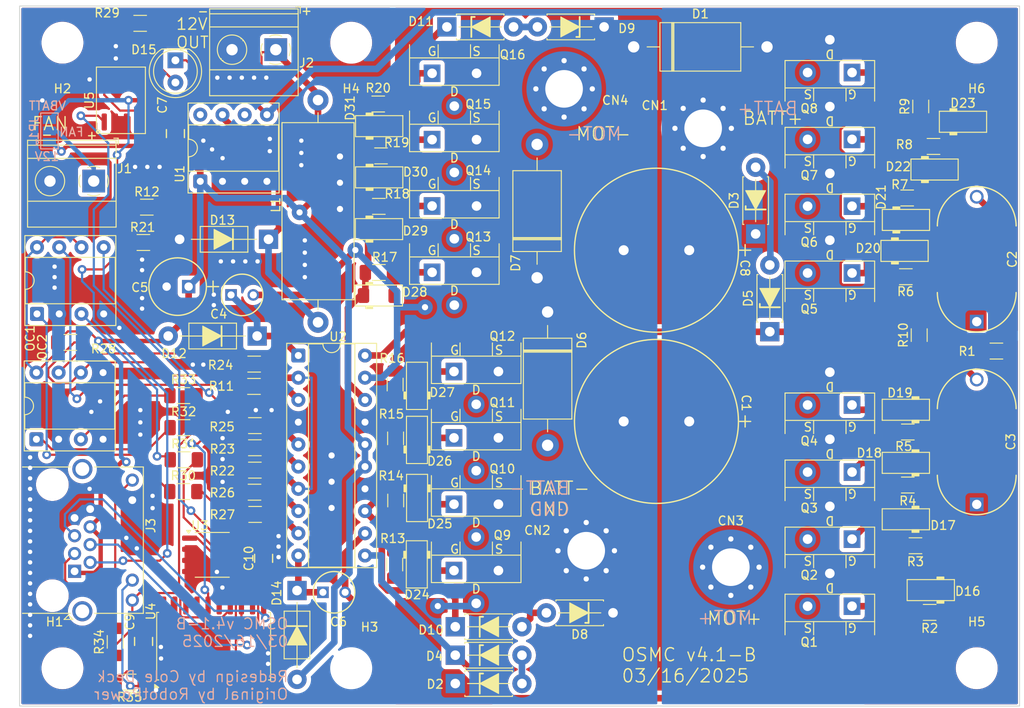
<source format=kicad_pcb>
(kicad_pcb
	(version 20241229)
	(generator "pcbnew")
	(generator_version "9.0")
	(general
		(thickness 1.6)
		(legacy_teardrops no)
	)
	(paper "A4")
	(layers
		(0 "F.Cu" signal)
		(2 "B.Cu" signal)
		(9 "F.Adhes" user "F.Adhesive")
		(11 "B.Adhes" user "B.Adhesive")
		(13 "F.Paste" user)
		(15 "B.Paste" user)
		(5 "F.SilkS" user "F.Silkscreen")
		(7 "B.SilkS" user "B.Silkscreen")
		(1 "F.Mask" user)
		(3 "B.Mask" user)
		(17 "Dwgs.User" user "User.Drawings")
		(19 "Cmts.User" user "User.Comments")
		(21 "Eco1.User" user "User.Eco1")
		(23 "Eco2.User" user "User.Eco2")
		(25 "Edge.Cuts" user)
		(27 "Margin" user)
		(31 "F.CrtYd" user "F.Courtyard")
		(29 "B.CrtYd" user "B.Courtyard")
		(35 "F.Fab" user)
		(33 "B.Fab" user)
		(39 "User.1" user)
		(41 "User.2" user)
		(43 "User.3" user)
		(45 "User.4" user)
		(47 "User.5" user)
		(49 "User.6" user)
		(51 "User.7" user)
		(53 "User.8" user)
		(55 "User.9" user)
	)
	(setup
		(pad_to_mask_clearance 0)
		(allow_soldermask_bridges_in_footprints no)
		(tenting front back)
		(pcbplotparams
			(layerselection 0x00000000_00000000_55555555_5755f5ff)
			(plot_on_all_layers_selection 0x00000000_00000000_00000000_00000000)
			(disableapertmacros no)
			(usegerberextensions no)
			(usegerberattributes yes)
			(usegerberadvancedattributes yes)
			(creategerberjobfile yes)
			(dashed_line_dash_ratio 12.000000)
			(dashed_line_gap_ratio 3.000000)
			(svgprecision 4)
			(plotframeref no)
			(mode 1)
			(useauxorigin no)
			(hpglpennumber 1)
			(hpglpenspeed 20)
			(hpglpendiameter 15.000000)
			(pdf_front_fp_property_popups yes)
			(pdf_back_fp_property_popups yes)
			(pdf_metadata yes)
			(pdf_single_document no)
			(dxfpolygonmode yes)
			(dxfimperialunits yes)
			(dxfusepcbnewfont yes)
			(psnegative no)
			(psa4output no)
			(plot_black_and_white yes)
			(plotinvisibletext no)
			(sketchpadsonfab no)
			(plotpadnumbers no)
			(hidednponfab no)
			(sketchdnponfab yes)
			(crossoutdnponfab yes)
			(subtractmaskfromsilk no)
			(outputformat 1)
			(mirror no)
			(drillshape 1)
			(scaleselection 1)
			(outputdirectory "")
		)
	)
	(net 0 "")
	(net 1 "VBATT")
	(net 2 "GND")
	(net 3 "BHS")
	(net 4 "Net-(C2-Pad2)")
	(net 5 "AHS")
	(net 6 "Net-(C3-Pad2)")
	(net 7 "Net-(D12-K)")
	(net 8 "+12V")
	(net 9 "Net-(D14-K)")
	(net 10 "+5V")
	(net 11 "DISABLE")
	(net 12 "AHI")
	(net 13 "ALI")
	(net 14 "BATT_MON")
	(net 15 "BLI")
	(net 16 "Net-(D2-A)")
	(net 17 "Net-(D3-A)")
	(net 18 "AHO")
	(net 19 "BHO")
	(net 20 "Net-(D10-A)")
	(net 21 "Net-(D11-A)")
	(net 22 "ALO")
	(net 23 "BLO")
	(net 24 "Net-(D13-K)")
	(net 25 "Net-(D15-Pad2)")
	(net 26 "Net-(D16-A)")
	(net 27 "Net-(D17-A)")
	(net 28 "Net-(D18-A)")
	(net 29 "Net-(D19-A)")
	(net 30 "Net-(D20-A)")
	(net 31 "Net-(D21-A)")
	(net 32 "Net-(D22-A)")
	(net 33 "Net-(D23-A)")
	(net 34 "Net-(D24-A)")
	(net 35 "Net-(D25-A)")
	(net 36 "Net-(D26-A)")
	(net 37 "Net-(D27-A)")
	(net 38 "Net-(D28-A)")
	(net 39 "Net-(D29-A)")
	(net 40 "Net-(D30-A)")
	(net 41 "Net-(D31-A)")
	(net 42 "Net-(J1-Pin_1)")
	(net 43 "Net-(U2-HDEL)")
	(net 44 "Net-(U2-LDEL)")
	(net 45 "unconnected-(U1-NC-Pad6)")
	(net 46 "unconnected-(U1-NC-Pad8)")
	(net 47 "DIRECTION")
	(net 48 "ENABLE")
	(net 49 "SPEED")
	(net 50 "Net-(J3-Pad10)")
	(net 51 "EN_IN_LED")
	(net 52 "Net-(J3-Pad12)")
	(net 53 "Net-(OC1-Pad3)")
	(net 54 "Net-(OC1-Pad1)")
	(net 55 "Net-(OC2-Pad1)")
	(net 56 "Net-(OC2-Pad3)")
	(net 57 "Net-(R30-Pad2)")
	(net 58 "Net-(R31-Pad2)")
	(net 59 "EN_IN_B")
	(net 60 "EN_IN_A")
	(net 61 "PWM_IN")
	(net 62 "DIR_IN")
	(net 63 "unconnected-(U4-2Y1-Pad5)")
	(net 64 "unconnected-(U4-2A1-Pad15)")
	(net 65 "unconnected-(U4-2Y0-Pad3)")
	(net 66 "unconnected-(U4-2A0-Pad17)")
	(net 67 "unconnected-(U4-1A3-Pad8)")
	(net 68 "unconnected-(U4-1Y3-Pad12)")
	(net 69 "unconnected-(U5-NC-Pad4)")
	(net 70 "unconnected-(U5-NC-Pad5)")
	(footprint "Package_SO_AKL:SOIC-8_3.9x4.9mm_P1.27mm" (layer "F.Cu") (at 113.18 61.59 90))
	(footprint "MountingHole:MountingHole_4.3mm_M4_Pad_Via" (layer "F.Cu") (at 166.365 113.07))
	(footprint "Diode_THT_AKL:D_DO-41_SOD81_P10.16mm_Horizontal" (layer "F.Cu") (at 130.05 77.475 180))
	(footprint "C4,6:CAP_T350B_4p5X4p5-2p54_KEM" (layer "F.Cu") (at 127.04 83.83))
	(footprint "TO220-3-Staggered:TO-220-3_Vertical_GDS_Staggered" (layer "F.Cu") (at 151.25 115.3375))
	(footprint "Resistor_SMD:R_1206_3216Metric_Pad1.30x1.75mm_HandSolder" (layer "F.Cu") (at 142.66 73.71))
	(footprint "Package_DIP:DIP-20_W7.62mm_Socket" (layer "F.Cu") (at 133.46 90.755))
	(footprint "TO220-3-Staggered:TO-220-3_Vertical_GDS_Staggered" (layer "F.Cu") (at 196.75 58.4125 180))
	(footprint "MountingHole:MountingHole_4.3mm_M4" (layer "F.Cu") (at 106.5 126.5))
	(footprint "Resistor_SMD:R_1206_3216Metric_Pad1.30x1.75mm_HandSolder" (layer "F.Cu") (at 203.125 99.5 180))
	(footprint "Resistor_SMD:R_1206_3216Metric_Pad1.30x1.75mm_HandSolder" (layer "F.Cu") (at 115.75 77.84 180))
	(footprint "Resistor_SMD:R_1206_3216Metric_Pad1.30x1.75mm_HandSolder" (layer "F.Cu") (at 114.18 128.09))
	(footprint "TO220-3-Staggered:TO-220-3_Vertical_GDS_Staggered" (layer "F.Cu") (at 148.75 58.5))
	(footprint "Diode_SMD_AKL:D_MiniMELF" (layer "F.Cu") (at 202.75 78.8))
	(footprint "Inductor_THT:L_Axial_L20.0mm_D8.0mm_P25.40mm_Horizontal" (layer "F.Cu") (at 135.71 86.96 90))
	(footprint "Package_DIP:DIP-8_W7.62mm_Socket" (layer "F.Cu") (at 103.59 86 90))
	(footprint "Resistor_SMD:R_1206_3216Metric_Pad1.30x1.75mm_HandSolder" (layer "F.Cu") (at 120.37 102.67))
	(footprint "Package_SO:SO-8_3.9x4.9mm_P1.27mm" (layer "F.Cu") (at 123.62 113.54))
	(footprint "TO220-3-Staggered:TO-220-3_Vertical_GDS_Staggered" (layer "F.Cu") (at 196.75 96.4125 180))
	(footprint "TO220-3-Staggered:TO-220-3_Vertical_GDS_Staggered" (layer "F.Cu") (at 196.75 73.6908 180))
	(footprint "Diode_THT:D_DO-201AE_P15.24mm_Horizontal" (layer "F.Cu") (at 161.95 85.78 -90))
	(footprint "Diode_THT_AKL:D_DO-41_SOD81_P7.62mm_Horizontal_Zener" (layer "F.Cu") (at 185.73 76.86 90))
	(footprint "Diode_SMD_AKL:D_MiniMELF" (layer "F.Cu") (at 142.7 70.39))
	(footprint "MountingHole:MountingHole_4.3mm_M4_Pad_Via" (layer "F.Cu") (at 179.73 64.79))
	(footprint "Resistor_SMD:R_1206_3216Metric_Pad1.30x1.75mm_HandSolder" (layer "F.Cu") (at 206.06 66.86))
	(footprint "Package_DIP:DIP-8_W7.62mm_Socket" (layer "F.Cu") (at 103.52 100.33 90))
	(footprint "Resistor_SMD:R_1206_3216Metric_Pad1.30x1.75mm_HandSolder" (layer "F.Cu") (at 144.575 100.225 90))
	(footprint "Diode_THT_AKL:D_DO-41_SOD81_P7.62mm_Horizontal_Zener" (layer "F.Cu") (at 151.4 121.76))
	(footprint "TerminalBlock_Phoenix:TerminalBlock_Phoenix_MKDS-1,5-2_1x02_P5.00mm_Horizontal" (layer "F.Cu") (at 130.88 55.8 180))
	(footprint "Resistor_SMD:R_1206_3216Metric_Pad1.30x1.75mm_HandSolder" (layer "F.Cu") (at 144.59 107.33 -90))
	(footprint "TO220-3-Staggered:TO-220-3_Vertical_GDS_Staggered" (layer "F.Cu") (at 196.75 104.0792 180))
	(footprint "C2,3:CAP_225P_WA_0.70X0.40X0.55_CND_NARROW" (layer "F.Cu") (at 211 107.7748 90))
	(footprint "Diode_SMD_AKL:D_MiniMELF" (layer "F.Cu") (at 209.43 64.04))
	(footprint "Diode_THT:D_DO-201AE_P15.24mm_Horizontal" (layer "F.Cu") (at 160.75 81.87 90))
	(footprint "Diode_THT_AKL:D_DO-41_SOD81_P7.62mm_Horizontal_Zener" (layer "F.Cu") (at 187.35 88.035 90))
	(footprint "TO220-3-Staggered:TO-220-3_Vertical_GDS_Staggered"
		(layer "F.Cu")
		(uuid "58ec8157-ff71-4e42-bf90-34ffbba27168")
		(at 196.75 111.7458 180)
		(descr "TO-220-3, Vertical, RM 2.54mm, see https://www.vishay.com/docs/66542/to-220-1.pdf, Alternate KiCad Library")
		(tags "TO-220-3 Vertical RM 2.54mm")
		(property "Reference" "Q2"
			(at 4.9 -4.1125 0)
			(layer "F.SilkS")
			(uuid "e24f22f2-6050-4c60-b919-b6279e785bf9")
			(effects
				(font
					(size 1 1)
					(thickness 0.15)
				)
			)
		)
		(property "Value" "IRF1405"
			(at 2.54 2.5 0)
			(layer "F.Fab")
			(hide yes)
			(uuid "4ed4fde2-f293-4dbc-a204-5d28119de843")
			(effects
				(font
					(size 1 1)
					(thickness 0.15)
				)
			)
		)
		(property "Datasheet" "https://www.tme.eu/Document/5d03459d5e32429fc7bb326296c569be/irf1405.pdf"
			(at 0 0 180)
			(layer "F.Fab")
			(hide yes)
			(uuid "c057975a-789f-4968-a845-8c681303ce1b")
			(effects
				(font
					(size 1.27 1.27)
					(thickness 0.15)
				)
			)
		)
		(property "Description" ""
			(at 0 0 180)
			(layer "F.Fab")
			(hide yes)
			(uuid "49587152-2f11-4a51-9f59-e47953ed6726")
			(effects
				(font
					(size 1.27 1.27)
					(thickness 0.15)
				)
			)
		)
		(path "/87725558-5177-4ba6-aae6-270c00731bd7")
		(sheetname "/")
		(sheetfile "OSMC-v4.0.kicad_sch")
		(fp_line
			(start 7.66 -3.27)
			(end 7.66 1.371)
			(stroke
				(width 0.12)
				(type solid)
			)
			(layer "F.SilkS")
			(uuid "ef2b7eac-6942-43b9-af73-32927398f473")
		)
		(fp_line
			(start 4.391 -3.27)
			(end 4.391 -1.76)
			(stroke
				(width 0.12)
				(type solid)
			)
			(layer "F.SilkS")
			(uuid "0f94f953-ddb2-4e86-9380-03369d086b31")
		)
		(fp_line
			(start 0.69 -3.27)
			(end 0.69 -1.76)
			(stroke
				(width 0.12)
				(type solid)
			)
			(layer "F.SilkS")
			(uuid "98ba15d2-1554-4b5b-982e-441f36a31f6f")
		)
		(fp_line
			(start -2.58 1.371)
			(end 7.66 1.371)
			(stroke
				(width 0.12)
				(type solid)
			)
			(layer "F.SilkS")
			(uuid "4d795e91-2032-4815-986e-6b7f0ecb7417")
		)
		(fp_line
			(start -2.58 -1.76)
			(end 7.66 -1.76)
			(stroke
				(width 0.12)
				(type solid)
			)
			(layer "F.SilkS")
			(uuid "e6036090-5929-4a4a-9cae-c327916c185f")
		)
		(fp_line
			(start -2.58 -3.27)
			(end -2.58 1.371)
			(stroke
				(width 0.12)
				(type solid)
			)
			(layer "F.SilkS")
			(uuid "a65b505d-da51-4bed-9ea3-26097eb7e7c0")
		)
		(fp_line
			(start 7.79 1.51)
			(end 7.79 -3.4)
			(stroke
				(width 0.05)
				(type solid)
			)
			(layer "F.CrtYd")
			(uuid "8ea04f62-49e6-4b3a-bc9e-6d4816f2c521")
		)
		(fp_line
			(start 7.79 -3.4)
			(end -2.71 -3.4)
			(stroke
				(width 0.05)
				(type solid)
			)
			(layer "F.CrtYd")
			(uuid "a7cff443-9112-47f2-aa13-12024f72761c")
		)
		(fp_line

... [1016248 chars truncated]
</source>
